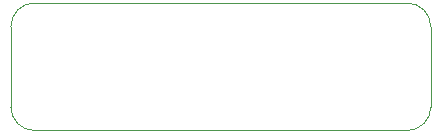
<source format=gbr>
%TF.GenerationSoftware,KiCad,Pcbnew,8.0.7*%
%TF.CreationDate,2025-01-05T01:31:38-06:00*%
%TF.ProjectId,MFM-Emulator-J7-LED-Board,4d464d2d-456d-4756-9c61-746f722d4a37,v1.0*%
%TF.SameCoordinates,Original*%
%TF.FileFunction,Profile,NP*%
%FSLAX46Y46*%
G04 Gerber Fmt 4.6, Leading zero omitted, Abs format (unit mm)*
G04 Created by KiCad (PCBNEW 8.0.7) date 2025-01-05 01:31:38*
%MOMM*%
%LPD*%
G01*
G04 APERTURE LIST*
%TA.AperFunction,Profile*%
%ADD10C,0.050000*%
%TD*%
G04 APERTURE END LIST*
D10*
X125730000Y-98330000D02*
X125730000Y-91535000D01*
X161290000Y-98330000D02*
G75*
G02*
X159290000Y-100330000I-2000000J0D01*
G01*
X159290000Y-100330000D02*
X127730000Y-100330000D01*
X161290000Y-91535000D02*
X161290000Y-98330000D01*
X127730000Y-89535000D02*
X159290000Y-89535000D01*
X127730000Y-100330000D02*
G75*
G02*
X125730000Y-98330000I0J2000000D01*
G01*
X159290000Y-89535000D02*
G75*
G02*
X161290000Y-91535000I0J-2000000D01*
G01*
X125730000Y-91535000D02*
G75*
G02*
X127730000Y-89535000I2000000J0D01*
G01*
M02*

</source>
